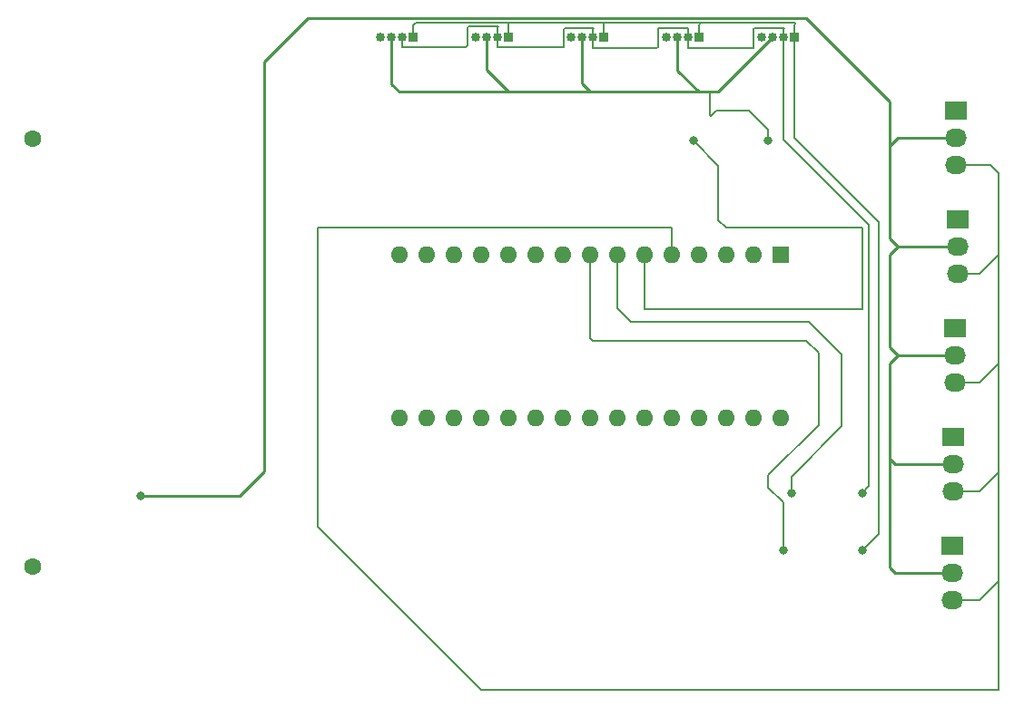
<source format=gbr>
%TF.GenerationSoftware,KiCad,Pcbnew,(6.0.5)*%
%TF.CreationDate,2022-05-12T23:47:52-05:00*%
%TF.ProjectId,RGBFAN,52474246-414e-42e6-9b69-6361645f7063,rev?*%
%TF.SameCoordinates,Original*%
%TF.FileFunction,Copper,L2,Bot*%
%TF.FilePolarity,Positive*%
%FSLAX46Y46*%
G04 Gerber Fmt 4.6, Leading zero omitted, Abs format (unit mm)*
G04 Created by KiCad (PCBNEW (6.0.5)) date 2022-05-12 23:47:52*
%MOMM*%
%LPD*%
G01*
G04 APERTURE LIST*
%TA.AperFunction,ComponentPad*%
%ADD10R,1.600000X1.600000*%
%TD*%
%TA.AperFunction,ComponentPad*%
%ADD11O,1.600000X1.600000*%
%TD*%
%TA.AperFunction,ComponentPad*%
%ADD12R,2.030000X1.730000*%
%TD*%
%TA.AperFunction,ComponentPad*%
%ADD13O,2.030000X1.730000*%
%TD*%
%TA.AperFunction,ComponentPad*%
%ADD14R,0.850000X0.850000*%
%TD*%
%TA.AperFunction,ComponentPad*%
%ADD15O,0.850000X0.850000*%
%TD*%
%TA.AperFunction,ComponentPad*%
%ADD16C,1.600000*%
%TD*%
%TA.AperFunction,ViaPad*%
%ADD17C,0.800000*%
%TD*%
%TA.AperFunction,Conductor*%
%ADD18C,0.200000*%
%TD*%
%TA.AperFunction,Conductor*%
%ADD19C,0.250000*%
%TD*%
G04 APERTURE END LIST*
D10*
%TO.P,NANO USB PORT GOES ON THIS SIDE,1*%
%TO.N,N/C*%
X147320000Y-86360000D03*
D11*
%TO.P,NANO USB PORT GOES ON THIS SIDE,2*%
X144780000Y-86360000D03*
%TO.P,NANO USB PORT GOES ON THIS SIDE,3*%
X142240000Y-86360000D03*
%TO.P,NANO USB PORT GOES ON THIS SIDE,4*%
X139700000Y-86360000D03*
%TO.P,NANO USB PORT GOES ON THIS SIDE,5*%
X137160000Y-86360000D03*
%TO.P,NANO USB PORT GOES ON THIS SIDE,6*%
X134620000Y-86360000D03*
%TO.P,NANO USB PORT GOES ON THIS SIDE,7*%
X132080000Y-86360000D03*
%TO.P,NANO USB PORT GOES ON THIS SIDE,8*%
X129540000Y-86360000D03*
%TO.P,NANO USB PORT GOES ON THIS SIDE,9*%
X127000000Y-86360000D03*
%TO.P,NANO USB PORT GOES ON THIS SIDE,10*%
X124460000Y-86360000D03*
%TO.P,NANO USB PORT GOES ON THIS SIDE,11*%
X121920000Y-86360000D03*
%TO.P,NANO USB PORT GOES ON THIS SIDE,12*%
X119380000Y-86360000D03*
%TO.P,NANO USB PORT GOES ON THIS SIDE,13*%
X116840000Y-86360000D03*
%TO.P,NANO USB PORT GOES ON THIS SIDE,14*%
X114300000Y-86360000D03*
%TO.P,NANO USB PORT GOES ON THIS SIDE,15*%
X111760000Y-86360000D03*
%TO.P,NANO USB PORT GOES ON THIS SIDE,16*%
X111760000Y-101600000D03*
%TO.P,NANO USB PORT GOES ON THIS SIDE,17*%
X114300000Y-101600000D03*
%TO.P,NANO USB PORT GOES ON THIS SIDE,18*%
X116840000Y-101600000D03*
%TO.P,NANO USB PORT GOES ON THIS SIDE,19*%
X119380000Y-101600000D03*
%TO.P,NANO USB PORT GOES ON THIS SIDE,20*%
X121920000Y-101600000D03*
%TO.P,NANO USB PORT GOES ON THIS SIDE,21*%
X124460000Y-101600000D03*
%TO.P,NANO USB PORT GOES ON THIS SIDE,22*%
X127000000Y-101600000D03*
%TO.P,NANO USB PORT GOES ON THIS SIDE,23*%
X129540000Y-101600000D03*
%TO.P,NANO USB PORT GOES ON THIS SIDE,24*%
X132080000Y-101600000D03*
%TO.P,NANO USB PORT GOES ON THIS SIDE,25*%
X134620000Y-101600000D03*
%TO.P,NANO USB PORT GOES ON THIS SIDE,26*%
X137160000Y-101600000D03*
%TO.P,NANO USB PORT GOES ON THIS SIDE,27*%
X139700000Y-101600000D03*
%TO.P,NANO USB PORT GOES ON THIS SIDE,28*%
X142240000Y-101600000D03*
%TO.P,NANO USB PORT GOES ON THIS SIDE,29*%
X144780000Y-101600000D03*
%TO.P,NANO USB PORT GOES ON THIS SIDE,30*%
X147320000Y-101600000D03*
%TD*%
D12*
%TO.P,Fan 5,1*%
%TO.N,N/C*%
X163322000Y-113538000D03*
D13*
%TO.P,Fan 5,2*%
X163322000Y-116078000D03*
%TO.P,Fan 5,3*%
X163322000Y-118618000D03*
%TD*%
D14*
%TO.P,RGB_1,1*%
%TO.N,N/C*%
X113030000Y-66040000D03*
D15*
%TO.P,RGB_1,2*%
X112030000Y-66040000D03*
%TO.P,RGB_1,3*%
X111030000Y-66040000D03*
%TO.P,RGB_1,4*%
X110030000Y-66040000D03*
%TD*%
D14*
%TO.P,RGB_4,1*%
%TO.N,N/C*%
X139700000Y-66040000D03*
D15*
%TO.P,RGB_4,2*%
X138700000Y-66040000D03*
%TO.P,RGB_4,3*%
X137700000Y-66040000D03*
%TO.P,RGB_4,4*%
X136700000Y-66040000D03*
%TD*%
D14*
%TO.P,RGB_5,1*%
%TO.N,N/C*%
X148590000Y-66040000D03*
D15*
%TO.P,RGB_5,2*%
X147590000Y-66040000D03*
%TO.P,RGB_5,3*%
X146590000Y-66040000D03*
%TO.P,RGB_5,4*%
X145590000Y-66040000D03*
%TD*%
D12*
%TO.P,Fan 2,1*%
%TO.N,N/C*%
X163830000Y-83058000D03*
D13*
%TO.P,Fan 2,2*%
X163830000Y-85598000D03*
%TO.P,Fan 2,3*%
X163830000Y-88138000D03*
%TD*%
D14*
%TO.P,RGB_2,1*%
%TO.N,N/C*%
X121896000Y-66040000D03*
D15*
%TO.P,RGB_2,2*%
X120896000Y-66040000D03*
%TO.P,RGB_2,3*%
X119896000Y-66040000D03*
%TO.P,RGB_2,4*%
X118896000Y-66040000D03*
%TD*%
D14*
%TO.P,RGB_3,1*%
%TO.N,N/C*%
X130786000Y-66040000D03*
D15*
%TO.P,RGB_3,2*%
X129786000Y-66040000D03*
%TO.P,RGB_3,3*%
X128786000Y-66040000D03*
%TO.P,RGB_3,4*%
X127786000Y-66040000D03*
%TD*%
D16*
%TO.P,SATA CONNECTOR,MP*%
%TO.N,N/C*%
X77595080Y-115504000D03*
X77595080Y-75504000D03*
%TD*%
D12*
%TO.P,Fan 3,1*%
%TO.N,N/C*%
X163576000Y-93218000D03*
D13*
%TO.P,Fan 3,2*%
X163576000Y-95758000D03*
%TO.P,Fan 3,3*%
X163576000Y-98298000D03*
%TD*%
D12*
%TO.P,Fan 1,1*%
%TO.N,N/C*%
X163697000Y-72888000D03*
D13*
%TO.P,Fan 1,2*%
X163697000Y-75428000D03*
%TO.P,Fan 1,3*%
X163697000Y-77968000D03*
%TD*%
D12*
%TO.P,Fan 4,1*%
%TO.N,N/C*%
X163443000Y-103368000D03*
D13*
%TO.P,Fan 4,2*%
X163443000Y-105908000D03*
%TO.P,Fan 4,3*%
X163443000Y-108448000D03*
%TD*%
D17*
%TO.N,*%
X139192000Y-75692000D03*
X146177000Y-75692000D03*
X147574000Y-113919000D03*
X154940000Y-113919000D03*
X154940000Y-108585000D03*
X148336000Y-108585000D03*
X87630000Y-108839000D03*
%TD*%
D18*
%TO.N,*%
X140716000Y-73279000D02*
X140716000Y-71120000D01*
X141351000Y-72898000D02*
X140843000Y-73406000D01*
X144399000Y-72898000D02*
X141351000Y-72898000D01*
X146177000Y-74676000D02*
X144399000Y-72898000D01*
X146177000Y-75692000D02*
X146177000Y-74676000D01*
X140843000Y-73406000D02*
X140716000Y-73279000D01*
X134620000Y-91440000D02*
X134620000Y-86360000D01*
X142240000Y-83820000D02*
X154940000Y-83820000D01*
X141510000Y-78010000D02*
X141510000Y-83090000D01*
X141510000Y-83090000D02*
X142240000Y-83820000D01*
X139192000Y-75692000D02*
X141510000Y-78010000D01*
X154940000Y-83820000D02*
X154940000Y-91440000D01*
X154940000Y-91440000D02*
X134620000Y-91440000D01*
X129540000Y-94107000D02*
X129540000Y-86360000D01*
X129794000Y-94361000D02*
X129540000Y-94107000D01*
X150876000Y-95504000D02*
X149733000Y-94361000D01*
X150876000Y-102235000D02*
X150876000Y-95504000D01*
X146177000Y-106934000D02*
X150876000Y-102235000D01*
X146177000Y-108077000D02*
X146177000Y-106934000D01*
X147574000Y-109474000D02*
X146177000Y-108077000D01*
X149733000Y-94361000D02*
X129794000Y-94361000D01*
X147574000Y-113919000D02*
X147574000Y-109474000D01*
X149987000Y-92583000D02*
X133350000Y-92583000D01*
X132080000Y-91313000D02*
X132080000Y-86360000D01*
X153035000Y-95631000D02*
X149987000Y-92583000D01*
X153035000Y-102362000D02*
X153035000Y-95631000D01*
X148336000Y-107061000D02*
X153035000Y-102362000D01*
X133350000Y-92583000D02*
X132080000Y-91313000D01*
X148336000Y-108585000D02*
X148336000Y-107061000D01*
D19*
X140716000Y-71120000D02*
X141510000Y-71120000D01*
X111760000Y-71120000D02*
X140716000Y-71120000D01*
D18*
X155575000Y-107950000D02*
X154940000Y-108585000D01*
X155575000Y-83566000D02*
X155575000Y-107950000D01*
X147590000Y-75581000D02*
X155575000Y-83566000D01*
X147590000Y-66040000D02*
X147590000Y-75581000D01*
X156464000Y-112395000D02*
X154940000Y-113919000D01*
X156464000Y-83312000D02*
X156464000Y-112395000D01*
X148590000Y-75438000D02*
X156464000Y-83312000D01*
X148590000Y-66040000D02*
X148590000Y-75438000D01*
X139700000Y-64643000D02*
X148590000Y-64643000D01*
X113030000Y-64897000D02*
X113284000Y-64643000D01*
X137160000Y-86360000D02*
X137160000Y-83820000D01*
D19*
X103251000Y-64262000D02*
X149733000Y-64262000D01*
D18*
X119380000Y-127000000D02*
X167640000Y-127000000D01*
X139700000Y-64643000D02*
X139827000Y-64770000D01*
D19*
X157978000Y-105908000D02*
X163443000Y-105908000D01*
D18*
X147701000Y-65151000D02*
X147590000Y-65262000D01*
X104140000Y-111760000D02*
X119380000Y-127000000D01*
X135763000Y-67056000D02*
X135890000Y-66929000D01*
X165862000Y-118618000D02*
X167640000Y-116840000D01*
X167640000Y-78740000D02*
X166868000Y-77968000D01*
X113030000Y-66040000D02*
X113030000Y-64897000D01*
X163830000Y-88138000D02*
X165862000Y-88138000D01*
X121896000Y-64794000D02*
X121896000Y-66040000D01*
D19*
X137700000Y-69120000D02*
X137700000Y-66040000D01*
D18*
X167640000Y-127000000D02*
X167640000Y-78740000D01*
X120896000Y-66921000D02*
X120904000Y-66929000D01*
X138700000Y-66040000D02*
X138700000Y-67040000D01*
D19*
X157480000Y-86360000D02*
X158242000Y-85598000D01*
X157988000Y-116078000D02*
X163322000Y-116078000D01*
D18*
X121031000Y-65024000D02*
X120896000Y-65159000D01*
D19*
X157480000Y-96520000D02*
X157480000Y-105410000D01*
D18*
X104140000Y-83820000D02*
X104140000Y-111760000D01*
X165862000Y-88138000D02*
X167640000Y-86360000D01*
X117983000Y-66929000D02*
X118110000Y-66802000D01*
X129786000Y-65286000D02*
X129786000Y-66040000D01*
D19*
X158242000Y-85598000D02*
X163830000Y-85598000D01*
D18*
X120896000Y-65159000D02*
X120896000Y-66040000D01*
X127127000Y-66929000D02*
X127127000Y-65278000D01*
D19*
X99187000Y-106553000D02*
X99187000Y-68326000D01*
X129540000Y-71120000D02*
X128786000Y-70366000D01*
D18*
X112014000Y-66929000D02*
X117983000Y-66929000D01*
D19*
X121920000Y-71120000D02*
X119896000Y-69096000D01*
D18*
X118110000Y-66802000D02*
X118110000Y-65151000D01*
X138684000Y-65151000D02*
X138700000Y-65167000D01*
D19*
X157480000Y-94996000D02*
X157480000Y-86360000D01*
X87630000Y-108839000D02*
X96901000Y-108839000D01*
X158242000Y-85598000D02*
X157480000Y-84836000D01*
D18*
X148717000Y-64770000D02*
X148590000Y-64897000D01*
X139827000Y-64770000D02*
X139700000Y-64897000D01*
D19*
X96901000Y-108839000D02*
X99187000Y-106553000D01*
X157480000Y-84836000D02*
X157480000Y-76200000D01*
D18*
X129794000Y-67056000D02*
X135763000Y-67056000D01*
X148590000Y-64897000D02*
X148590000Y-66040000D01*
X137160000Y-83820000D02*
X104140000Y-83820000D01*
D19*
X111030000Y-70390000D02*
X111030000Y-66040000D01*
D18*
X113284000Y-64643000D02*
X122047000Y-64643000D01*
X127254000Y-65151000D02*
X129921000Y-65151000D01*
X129921000Y-65151000D02*
X129786000Y-65286000D01*
X129786000Y-67048000D02*
X129794000Y-67056000D01*
X144780000Y-65278000D02*
X144907000Y-65151000D01*
X163322000Y-118618000D02*
X165862000Y-118618000D01*
X135890000Y-65151000D02*
X138684000Y-65151000D01*
D19*
X157480000Y-105410000D02*
X157480000Y-115570000D01*
D18*
X148590000Y-64643000D02*
X148717000Y-64770000D01*
X112030000Y-66913000D02*
X112014000Y-66929000D01*
D19*
X99187000Y-68326000D02*
X103251000Y-64262000D01*
D18*
X130810000Y-64643000D02*
X139700000Y-64643000D01*
D19*
X157480000Y-115570000D02*
X157988000Y-116078000D01*
X158252000Y-75428000D02*
X163697000Y-75428000D01*
D18*
X144907000Y-65151000D02*
X147701000Y-65151000D01*
X120904000Y-66929000D02*
X127127000Y-66929000D01*
D19*
X158242000Y-95758000D02*
X163576000Y-95758000D01*
X139700000Y-71120000D02*
X137700000Y-69120000D01*
X157480000Y-72009000D02*
X157480000Y-76200000D01*
D18*
X118237000Y-65024000D02*
X121031000Y-65024000D01*
X138700000Y-65167000D02*
X138700000Y-66040000D01*
D19*
X111760000Y-71120000D02*
X111030000Y-70390000D01*
D18*
X144780000Y-67056000D02*
X144780000Y-65278000D01*
X130810000Y-64643000D02*
X130786000Y-64667000D01*
X165872000Y-108448000D02*
X167640000Y-106680000D01*
X139700000Y-64897000D02*
X139700000Y-66040000D01*
X127127000Y-65278000D02*
X127254000Y-65151000D01*
X163443000Y-108448000D02*
X165872000Y-108448000D01*
D19*
X157480000Y-105410000D02*
X157978000Y-105908000D01*
X141510000Y-71120000D02*
X146590000Y-66040000D01*
D18*
X129786000Y-66040000D02*
X129786000Y-67048000D01*
X163576000Y-98298000D02*
X165862000Y-98298000D01*
X112030000Y-66040000D02*
X112030000Y-66913000D01*
X147590000Y-65262000D02*
X147590000Y-66040000D01*
D19*
X149733000Y-64262000D02*
X157480000Y-72009000D01*
D18*
X130786000Y-64667000D02*
X130786000Y-66040000D01*
X135890000Y-66929000D02*
X135890000Y-65151000D01*
X166868000Y-77968000D02*
X163697000Y-77968000D01*
X138700000Y-67040000D02*
X138684000Y-67056000D01*
D19*
X158242000Y-95758000D02*
X157480000Y-96520000D01*
D18*
X120896000Y-66040000D02*
X120896000Y-66921000D01*
D19*
X128786000Y-70366000D02*
X128786000Y-66040000D01*
D18*
X118110000Y-65151000D02*
X118237000Y-65024000D01*
X165862000Y-98298000D02*
X167640000Y-96520000D01*
X138684000Y-67056000D02*
X144780000Y-67056000D01*
X122047000Y-64643000D02*
X121896000Y-64794000D01*
X122047000Y-64643000D02*
X130810000Y-64643000D01*
D19*
X157480000Y-76200000D02*
X158252000Y-75428000D01*
X158242000Y-95758000D02*
X157480000Y-94996000D01*
X119896000Y-69096000D02*
X119896000Y-66040000D01*
%TD*%
M02*

</source>
